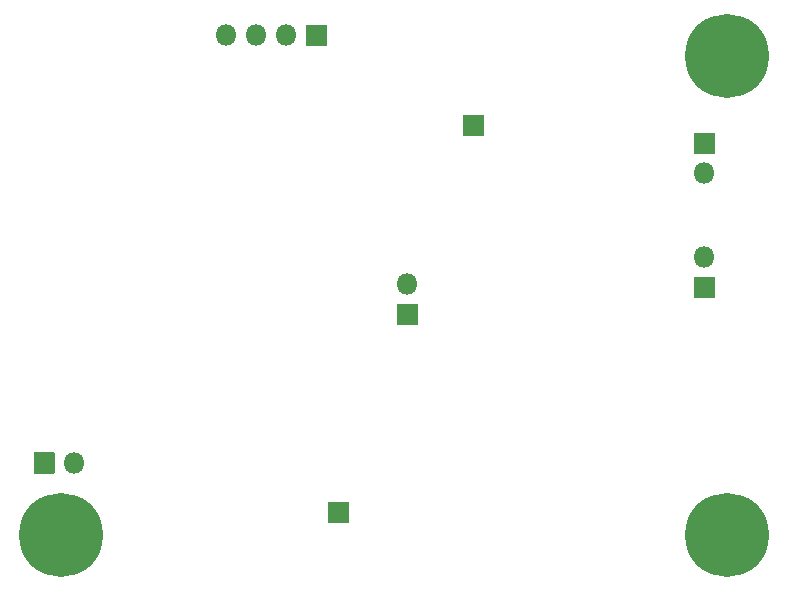
<source format=gbr>
%TF.GenerationSoftware,KiCad,Pcbnew,(5.1.9)-1*%
%TF.CreationDate,2021-07-10T10:06:25-04:00*%
%TF.ProjectId,detector_circuit_LTC6269,64657465-6374-46f7-925f-636972637569,rev?*%
%TF.SameCoordinates,Original*%
%TF.FileFunction,Soldermask,Bot*%
%TF.FilePolarity,Negative*%
%FSLAX46Y46*%
G04 Gerber Fmt 4.6, Leading zero omitted, Abs format (unit mm)*
G04 Created by KiCad (PCBNEW (5.1.9)-1) date 2021-07-10 10:06:25*
%MOMM*%
%LPD*%
G01*
G04 APERTURE LIST*
%ADD10C,7.101600*%
%ADD11O,1.801600X1.801600*%
G04 APERTURE END LIST*
D10*
%TO.C,REF\u002A\u002A*%
X146621500Y-100457000D03*
%TD*%
%TO.C,REF\u002A\u002A*%
X146621500Y-140970000D03*
%TD*%
D11*
%TO.C,J3*%
X104203500Y-98679000D03*
X106743500Y-98679000D03*
X109283500Y-98679000D03*
G36*
G01*
X110973500Y-97778200D02*
X112673500Y-97778200D01*
G75*
G02*
X112724300Y-97829000I0J-50800D01*
G01*
X112724300Y-99529000D01*
G75*
G02*
X112673500Y-99579800I-50800J0D01*
G01*
X110973500Y-99579800D01*
G75*
G02*
X110922700Y-99529000I0J50800D01*
G01*
X110922700Y-97829000D01*
G75*
G02*
X110973500Y-97778200I50800J0D01*
G01*
G37*
%TD*%
%TO.C,J2*%
X144653000Y-117475000D03*
G36*
G01*
X145553800Y-119165000D02*
X145553800Y-120865000D01*
G75*
G02*
X145503000Y-120915800I-50800J0D01*
G01*
X143803000Y-120915800D01*
G75*
G02*
X143752200Y-120865000I0J50800D01*
G01*
X143752200Y-119165000D01*
G75*
G02*
X143803000Y-119114200I50800J0D01*
G01*
X145503000Y-119114200D01*
G75*
G02*
X145553800Y-119165000I0J-50800D01*
G01*
G37*
%TD*%
%TO.C,J1*%
X144653000Y-110363000D03*
G36*
G01*
X143752200Y-108673000D02*
X143752200Y-106973000D01*
G75*
G02*
X143803000Y-106922200I50800J0D01*
G01*
X145503000Y-106922200D01*
G75*
G02*
X145553800Y-106973000I0J-50800D01*
G01*
X145553800Y-108673000D01*
G75*
G02*
X145503000Y-108723800I-50800J0D01*
G01*
X143803000Y-108723800D01*
G75*
G02*
X143752200Y-108673000I0J50800D01*
G01*
G37*
%TD*%
D10*
%TO.C,REF\u002A\u002A*%
X90170000Y-140970000D03*
%TD*%
%TO.C,TP15*%
G36*
G01*
X112764200Y-139915000D02*
X112764200Y-138215000D01*
G75*
G02*
X112815000Y-138164200I50800J0D01*
G01*
X114515000Y-138164200D01*
G75*
G02*
X114565800Y-138215000I0J-50800D01*
G01*
X114565800Y-139915000D01*
G75*
G02*
X114515000Y-139965800I-50800J0D01*
G01*
X112815000Y-139965800D01*
G75*
G02*
X112764200Y-139915000I0J50800D01*
G01*
G37*
%TD*%
D11*
%TO.C,JP1*%
X119507000Y-119761000D03*
G36*
G01*
X120407800Y-121451000D02*
X120407800Y-123151000D01*
G75*
G02*
X120357000Y-123201800I-50800J0D01*
G01*
X118657000Y-123201800D01*
G75*
G02*
X118606200Y-123151000I0J50800D01*
G01*
X118606200Y-121451000D01*
G75*
G02*
X118657000Y-121400200I50800J0D01*
G01*
X120357000Y-121400200D01*
G75*
G02*
X120407800Y-121451000I0J-50800D01*
G01*
G37*
%TD*%
%TO.C,TP1*%
G36*
G01*
X124245000Y-105398200D02*
X125945000Y-105398200D01*
G75*
G02*
X125995800Y-105449000I0J-50800D01*
G01*
X125995800Y-107149000D01*
G75*
G02*
X125945000Y-107199800I-50800J0D01*
G01*
X124245000Y-107199800D01*
G75*
G02*
X124194200Y-107149000I0J50800D01*
G01*
X124194200Y-105449000D01*
G75*
G02*
X124245000Y-105398200I50800J0D01*
G01*
G37*
%TD*%
%TO.C,JP5*%
X91313000Y-134874000D03*
G36*
G01*
X89623000Y-135774800D02*
X87923000Y-135774800D01*
G75*
G02*
X87872200Y-135724000I0J50800D01*
G01*
X87872200Y-134024000D01*
G75*
G02*
X87923000Y-133973200I50800J0D01*
G01*
X89623000Y-133973200D01*
G75*
G02*
X89673800Y-134024000I0J-50800D01*
G01*
X89673800Y-135724000D01*
G75*
G02*
X89623000Y-135774800I-50800J0D01*
G01*
G37*
%TD*%
M02*

</source>
